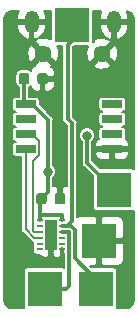
<source format=gbr>
G04 #@! TF.GenerationSoftware,KiCad,Pcbnew,(5.0.2)-1*
G04 #@! TF.CreationDate,2018-12-23T16:39:48-05:00*
G04 #@! TF.ProjectId,cardEmulator,63617264-456d-4756-9c61-746f722e6b69,rev?*
G04 #@! TF.SameCoordinates,Original*
G04 #@! TF.FileFunction,Copper,L2,Bot*
G04 #@! TF.FilePolarity,Positive*
%FSLAX46Y46*%
G04 Gerber Fmt 4.6, Leading zero omitted, Abs format (unit mm)*
G04 Created by KiCad (PCBNEW (5.0.2)-1) date 12/23/2018 4:39:48 PM*
%MOMM*%
%LPD*%
G01*
G04 APERTURE LIST*
G04 #@! TA.AperFunction,SMDPad,CuDef*
%ADD10R,3.000000X3.000000*%
G04 #@! TD*
G04 #@! TA.AperFunction,ComponentPad*
%ADD11C,1.450000*%
G04 #@! TD*
G04 #@! TA.AperFunction,ComponentPad*
%ADD12O,1.200000X1.900000*%
G04 #@! TD*
G04 #@! TA.AperFunction,Conductor*
%ADD13C,0.100000*%
G04 #@! TD*
G04 #@! TA.AperFunction,SMDPad,CuDef*
%ADD14C,0.875000*%
G04 #@! TD*
G04 #@! TA.AperFunction,SMDPad,CuDef*
%ADD15R,1.700000X0.650000*%
G04 #@! TD*
G04 #@! TA.AperFunction,SMDPad,CuDef*
%ADD16R,0.500000X0.250000*%
G04 #@! TD*
G04 #@! TA.AperFunction,SMDPad,CuDef*
%ADD17R,1.000000X2.650000*%
G04 #@! TD*
G04 #@! TA.AperFunction,ViaPad*
%ADD18C,0.800000*%
G04 #@! TD*
G04 #@! TA.AperFunction,Conductor*
%ADD19C,0.304800*%
G04 #@! TD*
G04 #@! TA.AperFunction,Conductor*
%ADD20C,0.203200*%
G04 #@! TD*
G04 APERTURE END LIST*
D10*
G04 #@! TO.P,TP2,1*
G04 #@! TO.N,/COIL2*
X116205000Y-104368500D03*
G04 #@! TD*
D11*
G04 #@! TO.P,J1,6*
G04 #@! TO.N,GND*
X121062000Y-84462500D03*
X116062000Y-84462500D03*
D12*
X122062000Y-81762500D03*
X115062000Y-81762500D03*
G04 #@! TD*
D13*
G04 #@! TO.N,+5V*
G04 #@! TO.C,C3*
G36*
X114667191Y-86114553D02*
X114688426Y-86117703D01*
X114709250Y-86122919D01*
X114729462Y-86130151D01*
X114748868Y-86139330D01*
X114767281Y-86150366D01*
X114784524Y-86163154D01*
X114800430Y-86177570D01*
X114814846Y-86193476D01*
X114827634Y-86210719D01*
X114838670Y-86229132D01*
X114847849Y-86248538D01*
X114855081Y-86268750D01*
X114860297Y-86289574D01*
X114863447Y-86310809D01*
X114864500Y-86332250D01*
X114864500Y-86844750D01*
X114863447Y-86866191D01*
X114860297Y-86887426D01*
X114855081Y-86908250D01*
X114847849Y-86928462D01*
X114838670Y-86947868D01*
X114827634Y-86966281D01*
X114814846Y-86983524D01*
X114800430Y-86999430D01*
X114784524Y-87013846D01*
X114767281Y-87026634D01*
X114748868Y-87037670D01*
X114729462Y-87046849D01*
X114709250Y-87054081D01*
X114688426Y-87059297D01*
X114667191Y-87062447D01*
X114645750Y-87063500D01*
X114208250Y-87063500D01*
X114186809Y-87062447D01*
X114165574Y-87059297D01*
X114144750Y-87054081D01*
X114124538Y-87046849D01*
X114105132Y-87037670D01*
X114086719Y-87026634D01*
X114069476Y-87013846D01*
X114053570Y-86999430D01*
X114039154Y-86983524D01*
X114026366Y-86966281D01*
X114015330Y-86947868D01*
X114006151Y-86928462D01*
X113998919Y-86908250D01*
X113993703Y-86887426D01*
X113990553Y-86866191D01*
X113989500Y-86844750D01*
X113989500Y-86332250D01*
X113990553Y-86310809D01*
X113993703Y-86289574D01*
X113998919Y-86268750D01*
X114006151Y-86248538D01*
X114015330Y-86229132D01*
X114026366Y-86210719D01*
X114039154Y-86193476D01*
X114053570Y-86177570D01*
X114069476Y-86163154D01*
X114086719Y-86150366D01*
X114105132Y-86139330D01*
X114124538Y-86130151D01*
X114144750Y-86122919D01*
X114165574Y-86117703D01*
X114186809Y-86114553D01*
X114208250Y-86113500D01*
X114645750Y-86113500D01*
X114667191Y-86114553D01*
X114667191Y-86114553D01*
G37*
D14*
G04 #@! TD*
G04 #@! TO.P,C3,1*
G04 #@! TO.N,+5V*
X114427000Y-86588500D03*
D13*
G04 #@! TO.N,GND*
G04 #@! TO.C,C3*
G36*
X116242191Y-86114553D02*
X116263426Y-86117703D01*
X116284250Y-86122919D01*
X116304462Y-86130151D01*
X116323868Y-86139330D01*
X116342281Y-86150366D01*
X116359524Y-86163154D01*
X116375430Y-86177570D01*
X116389846Y-86193476D01*
X116402634Y-86210719D01*
X116413670Y-86229132D01*
X116422849Y-86248538D01*
X116430081Y-86268750D01*
X116435297Y-86289574D01*
X116438447Y-86310809D01*
X116439500Y-86332250D01*
X116439500Y-86844750D01*
X116438447Y-86866191D01*
X116435297Y-86887426D01*
X116430081Y-86908250D01*
X116422849Y-86928462D01*
X116413670Y-86947868D01*
X116402634Y-86966281D01*
X116389846Y-86983524D01*
X116375430Y-86999430D01*
X116359524Y-87013846D01*
X116342281Y-87026634D01*
X116323868Y-87037670D01*
X116304462Y-87046849D01*
X116284250Y-87054081D01*
X116263426Y-87059297D01*
X116242191Y-87062447D01*
X116220750Y-87063500D01*
X115783250Y-87063500D01*
X115761809Y-87062447D01*
X115740574Y-87059297D01*
X115719750Y-87054081D01*
X115699538Y-87046849D01*
X115680132Y-87037670D01*
X115661719Y-87026634D01*
X115644476Y-87013846D01*
X115628570Y-86999430D01*
X115614154Y-86983524D01*
X115601366Y-86966281D01*
X115590330Y-86947868D01*
X115581151Y-86928462D01*
X115573919Y-86908250D01*
X115568703Y-86887426D01*
X115565553Y-86866191D01*
X115564500Y-86844750D01*
X115564500Y-86332250D01*
X115565553Y-86310809D01*
X115568703Y-86289574D01*
X115573919Y-86268750D01*
X115581151Y-86248538D01*
X115590330Y-86229132D01*
X115601366Y-86210719D01*
X115614154Y-86193476D01*
X115628570Y-86177570D01*
X115644476Y-86163154D01*
X115661719Y-86150366D01*
X115680132Y-86139330D01*
X115699538Y-86130151D01*
X115719750Y-86122919D01*
X115740574Y-86117703D01*
X115761809Y-86114553D01*
X115783250Y-86113500D01*
X116220750Y-86113500D01*
X116242191Y-86114553D01*
X116242191Y-86114553D01*
G37*
D14*
G04 #@! TD*
G04 #@! TO.P,C3,2*
G04 #@! TO.N,GND*
X116002000Y-86588500D03*
D13*
G04 #@! TO.N,GND*
G04 #@! TO.C,C6*
G36*
X117715191Y-96274553D02*
X117736426Y-96277703D01*
X117757250Y-96282919D01*
X117777462Y-96290151D01*
X117796868Y-96299330D01*
X117815281Y-96310366D01*
X117832524Y-96323154D01*
X117848430Y-96337570D01*
X117862846Y-96353476D01*
X117875634Y-96370719D01*
X117886670Y-96389132D01*
X117895849Y-96408538D01*
X117903081Y-96428750D01*
X117908297Y-96449574D01*
X117911447Y-96470809D01*
X117912500Y-96492250D01*
X117912500Y-97004750D01*
X117911447Y-97026191D01*
X117908297Y-97047426D01*
X117903081Y-97068250D01*
X117895849Y-97088462D01*
X117886670Y-97107868D01*
X117875634Y-97126281D01*
X117862846Y-97143524D01*
X117848430Y-97159430D01*
X117832524Y-97173846D01*
X117815281Y-97186634D01*
X117796868Y-97197670D01*
X117777462Y-97206849D01*
X117757250Y-97214081D01*
X117736426Y-97219297D01*
X117715191Y-97222447D01*
X117693750Y-97223500D01*
X117256250Y-97223500D01*
X117234809Y-97222447D01*
X117213574Y-97219297D01*
X117192750Y-97214081D01*
X117172538Y-97206849D01*
X117153132Y-97197670D01*
X117134719Y-97186634D01*
X117117476Y-97173846D01*
X117101570Y-97159430D01*
X117087154Y-97143524D01*
X117074366Y-97126281D01*
X117063330Y-97107868D01*
X117054151Y-97088462D01*
X117046919Y-97068250D01*
X117041703Y-97047426D01*
X117038553Y-97026191D01*
X117037500Y-97004750D01*
X117037500Y-96492250D01*
X117038553Y-96470809D01*
X117041703Y-96449574D01*
X117046919Y-96428750D01*
X117054151Y-96408538D01*
X117063330Y-96389132D01*
X117074366Y-96370719D01*
X117087154Y-96353476D01*
X117101570Y-96337570D01*
X117117476Y-96323154D01*
X117134719Y-96310366D01*
X117153132Y-96299330D01*
X117172538Y-96290151D01*
X117192750Y-96282919D01*
X117213574Y-96277703D01*
X117234809Y-96274553D01*
X117256250Y-96273500D01*
X117693750Y-96273500D01*
X117715191Y-96274553D01*
X117715191Y-96274553D01*
G37*
D14*
G04 #@! TD*
G04 #@! TO.P,C6,2*
G04 #@! TO.N,GND*
X117475000Y-96748500D03*
D13*
G04 #@! TO.N,+5V*
G04 #@! TO.C,C6*
G36*
X116140191Y-96274553D02*
X116161426Y-96277703D01*
X116182250Y-96282919D01*
X116202462Y-96290151D01*
X116221868Y-96299330D01*
X116240281Y-96310366D01*
X116257524Y-96323154D01*
X116273430Y-96337570D01*
X116287846Y-96353476D01*
X116300634Y-96370719D01*
X116311670Y-96389132D01*
X116320849Y-96408538D01*
X116328081Y-96428750D01*
X116333297Y-96449574D01*
X116336447Y-96470809D01*
X116337500Y-96492250D01*
X116337500Y-97004750D01*
X116336447Y-97026191D01*
X116333297Y-97047426D01*
X116328081Y-97068250D01*
X116320849Y-97088462D01*
X116311670Y-97107868D01*
X116300634Y-97126281D01*
X116287846Y-97143524D01*
X116273430Y-97159430D01*
X116257524Y-97173846D01*
X116240281Y-97186634D01*
X116221868Y-97197670D01*
X116202462Y-97206849D01*
X116182250Y-97214081D01*
X116161426Y-97219297D01*
X116140191Y-97222447D01*
X116118750Y-97223500D01*
X115681250Y-97223500D01*
X115659809Y-97222447D01*
X115638574Y-97219297D01*
X115617750Y-97214081D01*
X115597538Y-97206849D01*
X115578132Y-97197670D01*
X115559719Y-97186634D01*
X115542476Y-97173846D01*
X115526570Y-97159430D01*
X115512154Y-97143524D01*
X115499366Y-97126281D01*
X115488330Y-97107868D01*
X115479151Y-97088462D01*
X115471919Y-97068250D01*
X115466703Y-97047426D01*
X115463553Y-97026191D01*
X115462500Y-97004750D01*
X115462500Y-96492250D01*
X115463553Y-96470809D01*
X115466703Y-96449574D01*
X115471919Y-96428750D01*
X115479151Y-96408538D01*
X115488330Y-96389132D01*
X115499366Y-96370719D01*
X115512154Y-96353476D01*
X115526570Y-96337570D01*
X115542476Y-96323154D01*
X115559719Y-96310366D01*
X115578132Y-96299330D01*
X115597538Y-96290151D01*
X115617750Y-96282919D01*
X115638574Y-96277703D01*
X115659809Y-96274553D01*
X115681250Y-96273500D01*
X116118750Y-96273500D01*
X116140191Y-96274553D01*
X116140191Y-96274553D01*
G37*
D14*
G04 #@! TD*
G04 #@! TO.P,C6,1*
G04 #@! TO.N,+5V*
X115900000Y-96748500D03*
D15*
G04 #@! TO.P,U3,1*
G04 #@! TO.N,N/C*
X121887000Y-88747500D03*
G04 #@! TO.P,U3,2*
X121887000Y-90017500D03*
G04 #@! TO.P,U3,3*
X121887000Y-91287500D03*
G04 #@! TO.P,U3,4*
G04 #@! TO.N,GND*
X121887000Y-92557500D03*
G04 #@! TO.P,U3,5*
G04 #@! TO.N,/BR1*
X114587000Y-92557500D03*
G04 #@! TO.P,U3,6*
G04 #@! TO.N,/BR2*
X114587000Y-91287500D03*
G04 #@! TO.P,U3,7*
G04 #@! TO.N,N/C*
X114587000Y-90017500D03*
G04 #@! TO.P,U3,8*
G04 #@! TO.N,+5V*
X114587000Y-88747500D03*
G04 #@! TD*
D16*
G04 #@! TO.P,U5,1*
G04 #@! TO.N,+5V*
X117663000Y-98546500D03*
G04 #@! TO.P,U5,2*
G04 #@! TO.N,/COIL1*
X117663000Y-99046500D03*
G04 #@! TO.P,U5,3*
G04 #@! TO.N,/COIL2*
X117663000Y-99546500D03*
G04 #@! TO.P,U5,4*
G04 #@! TO.N,N/C*
X117663000Y-100046500D03*
G04 #@! TO.P,U5,5*
X117663000Y-100546500D03*
G04 #@! TO.P,U5,6*
G04 #@! TO.N,GND*
X117663000Y-101046500D03*
G04 #@! TO.P,U5,7*
G04 #@! TO.N,N/C*
X115763000Y-101046500D03*
G04 #@! TO.P,U5,8*
X115763000Y-100546500D03*
G04 #@! TO.P,U5,9*
G04 #@! TO.N,/BR1*
X115763000Y-100046500D03*
G04 #@! TO.P,U5,10*
G04 #@! TO.N,/BR2*
X115763000Y-99546500D03*
G04 #@! TO.P,U5,11*
G04 #@! TO.N,N/C*
X115763000Y-99046500D03*
G04 #@! TO.P,U5,12*
G04 #@! TO.N,+5V*
X115763000Y-98546500D03*
D17*
G04 #@! TO.P,U5,13*
G04 #@! TO.N,GND*
X116713000Y-99796500D03*
G04 #@! TD*
D10*
G04 #@! TO.P,TP1,1*
G04 #@! TO.N,/COIL1*
X120523000Y-104368500D03*
G04 #@! TD*
G04 #@! TO.P,TP3,1*
G04 #@! TO.N,+BATT*
X122047000Y-95986500D03*
G04 #@! TD*
G04 #@! TO.P,TP4,1*
G04 #@! TO.N,GND*
X120777000Y-100304500D03*
G04 #@! TD*
G04 #@! TO.P,TP1,1*
G04 #@! TO.N,/COIL1*
X118491000Y-82016500D03*
G04 #@! TD*
D18*
G04 #@! TO.N,+BATT*
X119761000Y-91414500D03*
X119761000Y-91414500D03*
G04 #@! TO.N,GND*
X118872000Y-89636500D03*
X120015000Y-100304500D03*
X119507000Y-96240500D03*
X113665000Y-101701500D03*
G04 #@! TO.N,+5V*
X116459000Y-94462500D03*
G04 #@! TD*
D19*
G04 #@! TO.N,+BATT*
X119761000Y-93700500D02*
X122047000Y-95986500D01*
X119761000Y-91414500D02*
X119761000Y-93700500D01*
G04 #@! TO.N,GND*
X117663000Y-101046500D02*
X117663000Y-101894500D01*
D20*
G04 #@! TO.N,/BR2*
X115691001Y-91866501D02*
X115112000Y-91287500D01*
X115691001Y-93085701D02*
X115691001Y-91866501D01*
X115208490Y-93568212D02*
X115691001Y-93085701D01*
X115112000Y-91287500D02*
X114587000Y-91287500D01*
X115208490Y-99445190D02*
X115208490Y-93568212D01*
X115309800Y-99546500D02*
X115208490Y-99445190D01*
X115763000Y-99546500D02*
X115309800Y-99546500D01*
G04 #@! TO.N,/BR1*
X114587000Y-93085700D02*
X114587000Y-92557500D01*
X114587000Y-99326608D02*
X114587000Y-93085700D01*
X115306892Y-100046500D02*
X114587000Y-99326608D01*
X115763000Y-100046500D02*
X115306892Y-100046500D01*
D19*
G04 #@! TO.N,/COIL1*
X118217800Y-99046500D02*
X117663000Y-99046500D01*
X118364392Y-99046500D02*
X118217800Y-99046500D01*
X118725810Y-99407918D02*
X118364392Y-99046500D01*
X118725811Y-101809311D02*
X118725810Y-99407918D01*
X120523000Y-103606500D02*
X118725811Y-101809311D01*
X120523000Y-104368500D02*
X120523000Y-103606500D01*
X118491000Y-83321300D02*
X118491000Y-82016500D01*
X118116399Y-83695901D02*
X118491000Y-83321300D01*
X118116399Y-89999189D02*
X118116399Y-83695901D01*
X118491000Y-90373790D02*
X118116399Y-89999189D01*
X118491000Y-98642142D02*
X118491000Y-90373790D01*
X118086642Y-99046500D02*
X118491000Y-98642142D01*
X117663000Y-99046500D02*
X118086642Y-99046500D01*
G04 #@! TO.N,/COIL2*
X118009800Y-104368500D02*
X116205000Y-104368500D01*
X118268601Y-104109699D02*
X118009800Y-104368500D01*
X118268601Y-99597301D02*
X118268601Y-104109699D01*
X118217800Y-99546500D02*
X118268601Y-99597301D01*
X117663000Y-99546500D02*
X118217800Y-99546500D01*
G04 #@! TO.N,+5V*
X114427000Y-88587500D02*
X114587000Y-88747500D01*
X114427000Y-86588500D02*
X114427000Y-88587500D01*
X116459000Y-96189500D02*
X115900000Y-96748500D01*
X116459000Y-95224500D02*
X116459000Y-96189500D01*
X115763000Y-96885500D02*
X115763000Y-98546500D01*
X115900000Y-96748500D02*
X115763000Y-96885500D01*
X117663000Y-98116700D02*
X117663000Y-98546500D01*
X117662199Y-98115899D02*
X117663000Y-98116700D01*
X115763801Y-98115899D02*
X117662199Y-98115899D01*
X115763000Y-98116700D02*
X115763801Y-98115899D01*
X115763000Y-98546500D02*
X115763000Y-98116700D01*
X115112000Y-88747500D02*
X114587000Y-88747500D01*
X116459000Y-90094500D02*
X115112000Y-88747500D01*
X116459000Y-95224500D02*
X116459000Y-90094500D01*
G04 #@! TD*
D20*
G04 #@! TO.N,GND*
G36*
X120852400Y-81260100D02*
X120852400Y-81610100D01*
X121909600Y-81610100D01*
X121909600Y-81590100D01*
X122214400Y-81590100D01*
X122214400Y-81610100D01*
X123271600Y-81610100D01*
X123271600Y-81260100D01*
X123150653Y-80897176D01*
X123303614Y-80927601D01*
X123507599Y-81063901D01*
X123643899Y-81267886D01*
X123699200Y-81545905D01*
X123699201Y-94221618D01*
X123665927Y-94199385D01*
X123547000Y-94175729D01*
X120882807Y-94175729D01*
X120218200Y-93511122D01*
X120218200Y-92862300D01*
X120427400Y-92862300D01*
X120427400Y-93003757D01*
X120520206Y-93227811D01*
X120691689Y-93399294D01*
X120915743Y-93492100D01*
X121582200Y-93492100D01*
X121734600Y-93339700D01*
X121734600Y-92709900D01*
X122039400Y-92709900D01*
X122039400Y-93339700D01*
X122191800Y-93492100D01*
X122858257Y-93492100D01*
X123082311Y-93399294D01*
X123253794Y-93227811D01*
X123346600Y-93003757D01*
X123346600Y-92862300D01*
X123194200Y-92709900D01*
X122039400Y-92709900D01*
X121734600Y-92709900D01*
X120579800Y-92709900D01*
X120427400Y-92862300D01*
X120218200Y-92862300D01*
X120218200Y-92111243D01*
X120427400Y-92111243D01*
X120427400Y-92252700D01*
X120579800Y-92405100D01*
X121734600Y-92405100D01*
X121734600Y-92385100D01*
X122039400Y-92385100D01*
X122039400Y-92405100D01*
X123194200Y-92405100D01*
X123346600Y-92252700D01*
X123346600Y-92111243D01*
X123253794Y-91887189D01*
X123082311Y-91715706D01*
X123031434Y-91694632D01*
X123047771Y-91612500D01*
X123047771Y-90962500D01*
X123024115Y-90843573D01*
X122956748Y-90742752D01*
X122855927Y-90675385D01*
X122740876Y-90652500D01*
X122855927Y-90629615D01*
X122956748Y-90562248D01*
X123024115Y-90461427D01*
X123047771Y-90342500D01*
X123047771Y-89692500D01*
X123024115Y-89573573D01*
X122956748Y-89472752D01*
X122855927Y-89405385D01*
X122740876Y-89382500D01*
X122855927Y-89359615D01*
X122956748Y-89292248D01*
X123024115Y-89191427D01*
X123047771Y-89072500D01*
X123047771Y-88422500D01*
X123024115Y-88303573D01*
X122956748Y-88202752D01*
X122855927Y-88135385D01*
X122737000Y-88111729D01*
X121037000Y-88111729D01*
X120918073Y-88135385D01*
X120817252Y-88202752D01*
X120749885Y-88303573D01*
X120726229Y-88422500D01*
X120726229Y-89072500D01*
X120749885Y-89191427D01*
X120817252Y-89292248D01*
X120918073Y-89359615D01*
X121033124Y-89382500D01*
X120918073Y-89405385D01*
X120817252Y-89472752D01*
X120749885Y-89573573D01*
X120726229Y-89692500D01*
X120726229Y-90342500D01*
X120749885Y-90461427D01*
X120817252Y-90562248D01*
X120918073Y-90629615D01*
X121033124Y-90652500D01*
X120918073Y-90675385D01*
X120817252Y-90742752D01*
X120749885Y-90843573D01*
X120726229Y-90962500D01*
X120726229Y-91612500D01*
X120742566Y-91694632D01*
X120691689Y-91715706D01*
X120520206Y-91887189D01*
X120427400Y-92111243D01*
X120218200Y-92111243D01*
X120218200Y-91954038D01*
X120358501Y-91813737D01*
X120465800Y-91554693D01*
X120465800Y-91274307D01*
X120358501Y-91015263D01*
X120160237Y-90816999D01*
X119901193Y-90709700D01*
X119620807Y-90709700D01*
X119361763Y-90816999D01*
X119163499Y-91015263D01*
X119056200Y-91274307D01*
X119056200Y-91554693D01*
X119163499Y-91813737D01*
X119303800Y-91954038D01*
X119303801Y-93655465D01*
X119294843Y-93700500D01*
X119330327Y-93878890D01*
X119378530Y-93951031D01*
X119431378Y-94030123D01*
X119469552Y-94055630D01*
X120236229Y-94822307D01*
X120236229Y-97486500D01*
X120259885Y-97605427D01*
X120327252Y-97706248D01*
X120428073Y-97773615D01*
X120547000Y-97797271D01*
X123547000Y-97797271D01*
X123665927Y-97773615D01*
X123699201Y-97751382D01*
X123699201Y-105347090D01*
X123643899Y-105625114D01*
X123507599Y-105829099D01*
X123303614Y-105965399D01*
X123025595Y-106020700D01*
X122287883Y-106020700D01*
X122310115Y-105987427D01*
X122333771Y-105868500D01*
X122333771Y-102868500D01*
X122310115Y-102749573D01*
X122242748Y-102648752D01*
X122141927Y-102581385D01*
X122023000Y-102557729D01*
X120120808Y-102557729D01*
X119977179Y-102414100D01*
X120472200Y-102414100D01*
X120624600Y-102261700D01*
X120624600Y-100456900D01*
X120929400Y-100456900D01*
X120929400Y-102261700D01*
X121081800Y-102414100D01*
X122398257Y-102414100D01*
X122622311Y-102321294D01*
X122793794Y-102149811D01*
X122886600Y-101925757D01*
X122886600Y-100609300D01*
X122734200Y-100456900D01*
X120929400Y-100456900D01*
X120624600Y-100456900D01*
X120604600Y-100456900D01*
X120604600Y-100152100D01*
X120624600Y-100152100D01*
X120624600Y-98347300D01*
X120929400Y-98347300D01*
X120929400Y-100152100D01*
X122734200Y-100152100D01*
X122886600Y-99999700D01*
X122886600Y-98683243D01*
X122793794Y-98459189D01*
X122622311Y-98287706D01*
X122398257Y-98194900D01*
X121081800Y-98194900D01*
X120929400Y-98347300D01*
X120624600Y-98347300D01*
X120472200Y-98194900D01*
X119155743Y-98194900D01*
X118948200Y-98280867D01*
X118948200Y-90418820D01*
X118957157Y-90373790D01*
X118921673Y-90195399D01*
X118846130Y-90082341D01*
X118820623Y-90044167D01*
X118782448Y-90018660D01*
X118573599Y-89809811D01*
X118573599Y-85417870D01*
X120322156Y-85417870D01*
X120390500Y-85646019D01*
X120894527Y-85812901D01*
X121424051Y-85774197D01*
X121733500Y-85646019D01*
X121801844Y-85417870D01*
X121062000Y-84678026D01*
X120322156Y-85417870D01*
X118573599Y-85417870D01*
X118573599Y-83885279D01*
X118631608Y-83827271D01*
X119866472Y-83827271D01*
X119711599Y-84295027D01*
X119750303Y-84824551D01*
X119878481Y-85134000D01*
X120106630Y-85202344D01*
X120846474Y-84462500D01*
X121277526Y-84462500D01*
X122017370Y-85202344D01*
X122245519Y-85134000D01*
X122412401Y-84629973D01*
X122373697Y-84100449D01*
X122245519Y-83791000D01*
X122017370Y-83722656D01*
X121277526Y-84462500D01*
X120846474Y-84462500D01*
X120832332Y-84448358D01*
X121047858Y-84232832D01*
X121062000Y-84246974D01*
X121801844Y-83507130D01*
X121733500Y-83278981D01*
X121229473Y-83112099D01*
X120699949Y-83150803D01*
X120390500Y-83278981D01*
X120322157Y-83507128D01*
X120301771Y-83486742D01*
X120301771Y-81914900D01*
X120852400Y-81914900D01*
X120852400Y-82264900D01*
X121002796Y-82716193D01*
X121314446Y-83075579D01*
X121723761Y-83273847D01*
X121909600Y-83158658D01*
X121909600Y-81914900D01*
X122214400Y-81914900D01*
X122214400Y-83158658D01*
X122400239Y-83273847D01*
X122809554Y-83075579D01*
X123121204Y-82716193D01*
X123271600Y-82264900D01*
X123271600Y-81914900D01*
X122214400Y-81914900D01*
X121909600Y-81914900D01*
X120852400Y-81914900D01*
X120301771Y-81914900D01*
X120301771Y-80872300D01*
X120981637Y-80872300D01*
X120852400Y-81260100D01*
X120852400Y-81260100D01*
G37*
X120852400Y-81260100D02*
X120852400Y-81610100D01*
X121909600Y-81610100D01*
X121909600Y-81590100D01*
X122214400Y-81590100D01*
X122214400Y-81610100D01*
X123271600Y-81610100D01*
X123271600Y-81260100D01*
X123150653Y-80897176D01*
X123303614Y-80927601D01*
X123507599Y-81063901D01*
X123643899Y-81267886D01*
X123699200Y-81545905D01*
X123699201Y-94221618D01*
X123665927Y-94199385D01*
X123547000Y-94175729D01*
X120882807Y-94175729D01*
X120218200Y-93511122D01*
X120218200Y-92862300D01*
X120427400Y-92862300D01*
X120427400Y-93003757D01*
X120520206Y-93227811D01*
X120691689Y-93399294D01*
X120915743Y-93492100D01*
X121582200Y-93492100D01*
X121734600Y-93339700D01*
X121734600Y-92709900D01*
X122039400Y-92709900D01*
X122039400Y-93339700D01*
X122191800Y-93492100D01*
X122858257Y-93492100D01*
X123082311Y-93399294D01*
X123253794Y-93227811D01*
X123346600Y-93003757D01*
X123346600Y-92862300D01*
X123194200Y-92709900D01*
X122039400Y-92709900D01*
X121734600Y-92709900D01*
X120579800Y-92709900D01*
X120427400Y-92862300D01*
X120218200Y-92862300D01*
X120218200Y-92111243D01*
X120427400Y-92111243D01*
X120427400Y-92252700D01*
X120579800Y-92405100D01*
X121734600Y-92405100D01*
X121734600Y-92385100D01*
X122039400Y-92385100D01*
X122039400Y-92405100D01*
X123194200Y-92405100D01*
X123346600Y-92252700D01*
X123346600Y-92111243D01*
X123253794Y-91887189D01*
X123082311Y-91715706D01*
X123031434Y-91694632D01*
X123047771Y-91612500D01*
X123047771Y-90962500D01*
X123024115Y-90843573D01*
X122956748Y-90742752D01*
X122855927Y-90675385D01*
X122740876Y-90652500D01*
X122855927Y-90629615D01*
X122956748Y-90562248D01*
X123024115Y-90461427D01*
X123047771Y-90342500D01*
X123047771Y-89692500D01*
X123024115Y-89573573D01*
X122956748Y-89472752D01*
X122855927Y-89405385D01*
X122740876Y-89382500D01*
X122855927Y-89359615D01*
X122956748Y-89292248D01*
X123024115Y-89191427D01*
X123047771Y-89072500D01*
X123047771Y-88422500D01*
X123024115Y-88303573D01*
X122956748Y-88202752D01*
X122855927Y-88135385D01*
X122737000Y-88111729D01*
X121037000Y-88111729D01*
X120918073Y-88135385D01*
X120817252Y-88202752D01*
X120749885Y-88303573D01*
X120726229Y-88422500D01*
X120726229Y-89072500D01*
X120749885Y-89191427D01*
X120817252Y-89292248D01*
X120918073Y-89359615D01*
X121033124Y-89382500D01*
X120918073Y-89405385D01*
X120817252Y-89472752D01*
X120749885Y-89573573D01*
X120726229Y-89692500D01*
X120726229Y-90342500D01*
X120749885Y-90461427D01*
X120817252Y-90562248D01*
X120918073Y-90629615D01*
X121033124Y-90652500D01*
X120918073Y-90675385D01*
X120817252Y-90742752D01*
X120749885Y-90843573D01*
X120726229Y-90962500D01*
X120726229Y-91612500D01*
X120742566Y-91694632D01*
X120691689Y-91715706D01*
X120520206Y-91887189D01*
X120427400Y-92111243D01*
X120218200Y-92111243D01*
X120218200Y-91954038D01*
X120358501Y-91813737D01*
X120465800Y-91554693D01*
X120465800Y-91274307D01*
X120358501Y-91015263D01*
X120160237Y-90816999D01*
X119901193Y-90709700D01*
X119620807Y-90709700D01*
X119361763Y-90816999D01*
X119163499Y-91015263D01*
X119056200Y-91274307D01*
X119056200Y-91554693D01*
X119163499Y-91813737D01*
X119303800Y-91954038D01*
X119303801Y-93655465D01*
X119294843Y-93700500D01*
X119330327Y-93878890D01*
X119378530Y-93951031D01*
X119431378Y-94030123D01*
X119469552Y-94055630D01*
X120236229Y-94822307D01*
X120236229Y-97486500D01*
X120259885Y-97605427D01*
X120327252Y-97706248D01*
X120428073Y-97773615D01*
X120547000Y-97797271D01*
X123547000Y-97797271D01*
X123665927Y-97773615D01*
X123699201Y-97751382D01*
X123699201Y-105347090D01*
X123643899Y-105625114D01*
X123507599Y-105829099D01*
X123303614Y-105965399D01*
X123025595Y-106020700D01*
X122287883Y-106020700D01*
X122310115Y-105987427D01*
X122333771Y-105868500D01*
X122333771Y-102868500D01*
X122310115Y-102749573D01*
X122242748Y-102648752D01*
X122141927Y-102581385D01*
X122023000Y-102557729D01*
X120120808Y-102557729D01*
X119977179Y-102414100D01*
X120472200Y-102414100D01*
X120624600Y-102261700D01*
X120624600Y-100456900D01*
X120929400Y-100456900D01*
X120929400Y-102261700D01*
X121081800Y-102414100D01*
X122398257Y-102414100D01*
X122622311Y-102321294D01*
X122793794Y-102149811D01*
X122886600Y-101925757D01*
X122886600Y-100609300D01*
X122734200Y-100456900D01*
X120929400Y-100456900D01*
X120624600Y-100456900D01*
X120604600Y-100456900D01*
X120604600Y-100152100D01*
X120624600Y-100152100D01*
X120624600Y-98347300D01*
X120929400Y-98347300D01*
X120929400Y-100152100D01*
X122734200Y-100152100D01*
X122886600Y-99999700D01*
X122886600Y-98683243D01*
X122793794Y-98459189D01*
X122622311Y-98287706D01*
X122398257Y-98194900D01*
X121081800Y-98194900D01*
X120929400Y-98347300D01*
X120624600Y-98347300D01*
X120472200Y-98194900D01*
X119155743Y-98194900D01*
X118948200Y-98280867D01*
X118948200Y-90418820D01*
X118957157Y-90373790D01*
X118921673Y-90195399D01*
X118846130Y-90082341D01*
X118820623Y-90044167D01*
X118782448Y-90018660D01*
X118573599Y-89809811D01*
X118573599Y-85417870D01*
X120322156Y-85417870D01*
X120390500Y-85646019D01*
X120894527Y-85812901D01*
X121424051Y-85774197D01*
X121733500Y-85646019D01*
X121801844Y-85417870D01*
X121062000Y-84678026D01*
X120322156Y-85417870D01*
X118573599Y-85417870D01*
X118573599Y-83885279D01*
X118631608Y-83827271D01*
X119866472Y-83827271D01*
X119711599Y-84295027D01*
X119750303Y-84824551D01*
X119878481Y-85134000D01*
X120106630Y-85202344D01*
X120846474Y-84462500D01*
X121277526Y-84462500D01*
X122017370Y-85202344D01*
X122245519Y-85134000D01*
X122412401Y-84629973D01*
X122373697Y-84100449D01*
X122245519Y-83791000D01*
X122017370Y-83722656D01*
X121277526Y-84462500D01*
X120846474Y-84462500D01*
X120832332Y-84448358D01*
X121047858Y-84232832D01*
X121062000Y-84246974D01*
X121801844Y-83507130D01*
X121733500Y-83278981D01*
X121229473Y-83112099D01*
X120699949Y-83150803D01*
X120390500Y-83278981D01*
X120322157Y-83507128D01*
X120301771Y-83486742D01*
X120301771Y-81914900D01*
X120852400Y-81914900D01*
X120852400Y-82264900D01*
X121002796Y-82716193D01*
X121314446Y-83075579D01*
X121723761Y-83273847D01*
X121909600Y-83158658D01*
X121909600Y-81914900D01*
X122214400Y-81914900D01*
X122214400Y-83158658D01*
X122400239Y-83273847D01*
X122809554Y-83075579D01*
X123121204Y-82716193D01*
X123271600Y-82264900D01*
X123271600Y-81914900D01*
X122214400Y-81914900D01*
X121909600Y-81914900D01*
X120852400Y-81914900D01*
X120301771Y-81914900D01*
X120301771Y-80872300D01*
X120981637Y-80872300D01*
X120852400Y-81260100D01*
G36*
X113852400Y-81260100D02*
X113852400Y-81610100D01*
X114909600Y-81610100D01*
X114909600Y-81590100D01*
X115214400Y-81590100D01*
X115214400Y-81610100D01*
X116271600Y-81610100D01*
X116271600Y-81260100D01*
X116142363Y-80872300D01*
X116680229Y-80872300D01*
X116680229Y-83261343D01*
X116229473Y-83112099D01*
X115699949Y-83150803D01*
X115390500Y-83278981D01*
X115322156Y-83507130D01*
X116062000Y-84246974D01*
X116076143Y-84232832D01*
X116291669Y-84448358D01*
X116277526Y-84462500D01*
X117017370Y-85202344D01*
X117245519Y-85134000D01*
X117412401Y-84629973D01*
X117373697Y-84100449D01*
X117260543Y-83827271D01*
X117659200Y-83827271D01*
X117659199Y-89954159D01*
X117650242Y-89999189D01*
X117659199Y-90044218D01*
X117685726Y-90177579D01*
X117786776Y-90328812D01*
X117824953Y-90354321D01*
X118033801Y-90563170D01*
X118033800Y-95663918D01*
X118033757Y-95663900D01*
X117779800Y-95663900D01*
X117627400Y-95816300D01*
X117627400Y-96596100D01*
X117647400Y-96596100D01*
X117647400Y-96900900D01*
X117627400Y-96900900D01*
X117627400Y-96920900D01*
X117322600Y-96920900D01*
X117322600Y-96900900D01*
X117302600Y-96900900D01*
X117302600Y-96596100D01*
X117322600Y-96596100D01*
X117322600Y-95816300D01*
X117170200Y-95663900D01*
X116916243Y-95663900D01*
X116916200Y-95663918D01*
X116916200Y-95002038D01*
X117056501Y-94861737D01*
X117163800Y-94602693D01*
X117163800Y-94322307D01*
X117056501Y-94063263D01*
X116916200Y-93922962D01*
X116916200Y-90139530D01*
X116925157Y-90094500D01*
X116889673Y-89916109D01*
X116788623Y-89764877D01*
X116750446Y-89739368D01*
X115747771Y-88736693D01*
X115747771Y-88422500D01*
X115724115Y-88303573D01*
X115656748Y-88202752D01*
X115555927Y-88135385D01*
X115437000Y-88111729D01*
X114884200Y-88111729D01*
X114884200Y-87310036D01*
X114980217Y-87245879D01*
X115047706Y-87408811D01*
X115219189Y-87580294D01*
X115443243Y-87673100D01*
X115697200Y-87673100D01*
X115849600Y-87520700D01*
X115849600Y-86740900D01*
X116154400Y-86740900D01*
X116154400Y-87520700D01*
X116306800Y-87673100D01*
X116560757Y-87673100D01*
X116784811Y-87580294D01*
X116956294Y-87408811D01*
X117049100Y-87184757D01*
X117049100Y-86893300D01*
X116896700Y-86740900D01*
X116154400Y-86740900D01*
X115849600Y-86740900D01*
X115829600Y-86740900D01*
X115829600Y-86436100D01*
X115849600Y-86436100D01*
X115849600Y-86416100D01*
X116154400Y-86416100D01*
X116154400Y-86436100D01*
X116896700Y-86436100D01*
X117049100Y-86283700D01*
X117049100Y-85992243D01*
X116956294Y-85768189D01*
X116784811Y-85596706D01*
X116752305Y-85583242D01*
X116801844Y-85417870D01*
X116062000Y-84678026D01*
X115322156Y-85417870D01*
X115358448Y-85539023D01*
X115219189Y-85596706D01*
X115047706Y-85768189D01*
X114980217Y-85931121D01*
X114848389Y-85843036D01*
X114645750Y-85802729D01*
X114208250Y-85802729D01*
X114005611Y-85843036D01*
X113833822Y-85957822D01*
X113719036Y-86129611D01*
X113678729Y-86332250D01*
X113678729Y-86844750D01*
X113719036Y-87047389D01*
X113833822Y-87219178D01*
X113969800Y-87310036D01*
X113969801Y-88111729D01*
X113737000Y-88111729D01*
X113618073Y-88135385D01*
X113517252Y-88202752D01*
X113449885Y-88303573D01*
X113426229Y-88422500D01*
X113426229Y-89072500D01*
X113449885Y-89191427D01*
X113517252Y-89292248D01*
X113618073Y-89359615D01*
X113733124Y-89382500D01*
X113618073Y-89405385D01*
X113517252Y-89472752D01*
X113449885Y-89573573D01*
X113426229Y-89692500D01*
X113426229Y-90342500D01*
X113449885Y-90461427D01*
X113517252Y-90562248D01*
X113618073Y-90629615D01*
X113733124Y-90652500D01*
X113618073Y-90675385D01*
X113517252Y-90742752D01*
X113449885Y-90843573D01*
X113426229Y-90962500D01*
X113426229Y-91612500D01*
X113449885Y-91731427D01*
X113517252Y-91832248D01*
X113618073Y-91899615D01*
X113733124Y-91922500D01*
X113618073Y-91945385D01*
X113517252Y-92012752D01*
X113449885Y-92113573D01*
X113426229Y-92232500D01*
X113426229Y-92882500D01*
X113449885Y-93001427D01*
X113517252Y-93102248D01*
X113618073Y-93169615D01*
X113737000Y-93193271D01*
X114180601Y-93193271D01*
X114180600Y-99286590D01*
X114172640Y-99326608D01*
X114180600Y-99366626D01*
X114180600Y-99366630D01*
X114204180Y-99485176D01*
X114294003Y-99619605D01*
X114327935Y-99642278D01*
X114991224Y-100305568D01*
X115013895Y-100339497D01*
X115148323Y-100429320D01*
X115202229Y-100440042D01*
X115202229Y-100671500D01*
X115225885Y-100790427D01*
X115229943Y-100796500D01*
X115225885Y-100802573D01*
X115202229Y-100921500D01*
X115202229Y-101171500D01*
X115225885Y-101290427D01*
X115293252Y-101391248D01*
X115394073Y-101458615D01*
X115513000Y-101482271D01*
X115711666Y-101482271D01*
X115867689Y-101638294D01*
X116091743Y-101731100D01*
X116408200Y-101731100D01*
X116560600Y-101578700D01*
X116560600Y-99948900D01*
X116540600Y-99948900D01*
X116540600Y-99644100D01*
X116560600Y-99644100D01*
X116560600Y-99624100D01*
X116865400Y-99624100D01*
X116865400Y-99644100D01*
X116885400Y-99644100D01*
X116885400Y-99948900D01*
X116865400Y-99948900D01*
X116865400Y-100650561D01*
X116803400Y-100800243D01*
X116803400Y-100831600D01*
X116865400Y-100893600D01*
X116865400Y-101199400D01*
X116803400Y-101261400D01*
X116803400Y-101292757D01*
X116865400Y-101442439D01*
X116865400Y-101578700D01*
X117017800Y-101731100D01*
X117171032Y-101731100D01*
X117291743Y-101781100D01*
X117385600Y-101781100D01*
X117507260Y-101659440D01*
X117558311Y-101638294D01*
X117729794Y-101466811D01*
X117788000Y-101326289D01*
X117788000Y-101628700D01*
X117811401Y-101652101D01*
X117811402Y-102578894D01*
X117705000Y-102557729D01*
X114705000Y-102557729D01*
X114586073Y-102581385D01*
X114485252Y-102648752D01*
X114417885Y-102749573D01*
X114394229Y-102868500D01*
X114394229Y-105868500D01*
X114417885Y-105987427D01*
X114440117Y-106020700D01*
X113448405Y-106020700D01*
X113170386Y-105965399D01*
X112966401Y-105829099D01*
X112830101Y-105625114D01*
X112774800Y-105347095D01*
X112774800Y-84295027D01*
X114711599Y-84295027D01*
X114750303Y-84824551D01*
X114878481Y-85134000D01*
X115106630Y-85202344D01*
X115846474Y-84462500D01*
X115106630Y-83722656D01*
X114878481Y-83791000D01*
X114711599Y-84295027D01*
X112774800Y-84295027D01*
X112774800Y-81914900D01*
X113852400Y-81914900D01*
X113852400Y-82264900D01*
X114002796Y-82716193D01*
X114314446Y-83075579D01*
X114723761Y-83273847D01*
X114909600Y-83158658D01*
X114909600Y-81914900D01*
X115214400Y-81914900D01*
X115214400Y-83158658D01*
X115400239Y-83273847D01*
X115809554Y-83075579D01*
X116121204Y-82716193D01*
X116271600Y-82264900D01*
X116271600Y-81914900D01*
X115214400Y-81914900D01*
X114909600Y-81914900D01*
X113852400Y-81914900D01*
X112774800Y-81914900D01*
X112774800Y-81545905D01*
X112830101Y-81267886D01*
X112966401Y-81063901D01*
X113170386Y-80927601D01*
X113448405Y-80872300D01*
X113981637Y-80872300D01*
X113852400Y-81260100D01*
X113852400Y-81260100D01*
G37*
X113852400Y-81260100D02*
X113852400Y-81610100D01*
X114909600Y-81610100D01*
X114909600Y-81590100D01*
X115214400Y-81590100D01*
X115214400Y-81610100D01*
X116271600Y-81610100D01*
X116271600Y-81260100D01*
X116142363Y-80872300D01*
X116680229Y-80872300D01*
X116680229Y-83261343D01*
X116229473Y-83112099D01*
X115699949Y-83150803D01*
X115390500Y-83278981D01*
X115322156Y-83507130D01*
X116062000Y-84246974D01*
X116076143Y-84232832D01*
X116291669Y-84448358D01*
X116277526Y-84462500D01*
X117017370Y-85202344D01*
X117245519Y-85134000D01*
X117412401Y-84629973D01*
X117373697Y-84100449D01*
X117260543Y-83827271D01*
X117659200Y-83827271D01*
X117659199Y-89954159D01*
X117650242Y-89999189D01*
X117659199Y-90044218D01*
X117685726Y-90177579D01*
X117786776Y-90328812D01*
X117824953Y-90354321D01*
X118033801Y-90563170D01*
X118033800Y-95663918D01*
X118033757Y-95663900D01*
X117779800Y-95663900D01*
X117627400Y-95816300D01*
X117627400Y-96596100D01*
X117647400Y-96596100D01*
X117647400Y-96900900D01*
X117627400Y-96900900D01*
X117627400Y-96920900D01*
X117322600Y-96920900D01*
X117322600Y-96900900D01*
X117302600Y-96900900D01*
X117302600Y-96596100D01*
X117322600Y-96596100D01*
X117322600Y-95816300D01*
X117170200Y-95663900D01*
X116916243Y-95663900D01*
X116916200Y-95663918D01*
X116916200Y-95002038D01*
X117056501Y-94861737D01*
X117163800Y-94602693D01*
X117163800Y-94322307D01*
X117056501Y-94063263D01*
X116916200Y-93922962D01*
X116916200Y-90139530D01*
X116925157Y-90094500D01*
X116889673Y-89916109D01*
X116788623Y-89764877D01*
X116750446Y-89739368D01*
X115747771Y-88736693D01*
X115747771Y-88422500D01*
X115724115Y-88303573D01*
X115656748Y-88202752D01*
X115555927Y-88135385D01*
X115437000Y-88111729D01*
X114884200Y-88111729D01*
X114884200Y-87310036D01*
X114980217Y-87245879D01*
X115047706Y-87408811D01*
X115219189Y-87580294D01*
X115443243Y-87673100D01*
X115697200Y-87673100D01*
X115849600Y-87520700D01*
X115849600Y-86740900D01*
X116154400Y-86740900D01*
X116154400Y-87520700D01*
X116306800Y-87673100D01*
X116560757Y-87673100D01*
X116784811Y-87580294D01*
X116956294Y-87408811D01*
X117049100Y-87184757D01*
X117049100Y-86893300D01*
X116896700Y-86740900D01*
X116154400Y-86740900D01*
X115849600Y-86740900D01*
X115829600Y-86740900D01*
X115829600Y-86436100D01*
X115849600Y-86436100D01*
X115849600Y-86416100D01*
X116154400Y-86416100D01*
X116154400Y-86436100D01*
X116896700Y-86436100D01*
X117049100Y-86283700D01*
X117049100Y-85992243D01*
X116956294Y-85768189D01*
X116784811Y-85596706D01*
X116752305Y-85583242D01*
X116801844Y-85417870D01*
X116062000Y-84678026D01*
X115322156Y-85417870D01*
X115358448Y-85539023D01*
X115219189Y-85596706D01*
X115047706Y-85768189D01*
X114980217Y-85931121D01*
X114848389Y-85843036D01*
X114645750Y-85802729D01*
X114208250Y-85802729D01*
X114005611Y-85843036D01*
X113833822Y-85957822D01*
X113719036Y-86129611D01*
X113678729Y-86332250D01*
X113678729Y-86844750D01*
X113719036Y-87047389D01*
X113833822Y-87219178D01*
X113969800Y-87310036D01*
X113969801Y-88111729D01*
X113737000Y-88111729D01*
X113618073Y-88135385D01*
X113517252Y-88202752D01*
X113449885Y-88303573D01*
X113426229Y-88422500D01*
X113426229Y-89072500D01*
X113449885Y-89191427D01*
X113517252Y-89292248D01*
X113618073Y-89359615D01*
X113733124Y-89382500D01*
X113618073Y-89405385D01*
X113517252Y-89472752D01*
X113449885Y-89573573D01*
X113426229Y-89692500D01*
X113426229Y-90342500D01*
X113449885Y-90461427D01*
X113517252Y-90562248D01*
X113618073Y-90629615D01*
X113733124Y-90652500D01*
X113618073Y-90675385D01*
X113517252Y-90742752D01*
X113449885Y-90843573D01*
X113426229Y-90962500D01*
X113426229Y-91612500D01*
X113449885Y-91731427D01*
X113517252Y-91832248D01*
X113618073Y-91899615D01*
X113733124Y-91922500D01*
X113618073Y-91945385D01*
X113517252Y-92012752D01*
X113449885Y-92113573D01*
X113426229Y-92232500D01*
X113426229Y-92882500D01*
X113449885Y-93001427D01*
X113517252Y-93102248D01*
X113618073Y-93169615D01*
X113737000Y-93193271D01*
X114180601Y-93193271D01*
X114180600Y-99286590D01*
X114172640Y-99326608D01*
X114180600Y-99366626D01*
X114180600Y-99366630D01*
X114204180Y-99485176D01*
X114294003Y-99619605D01*
X114327935Y-99642278D01*
X114991224Y-100305568D01*
X115013895Y-100339497D01*
X115148323Y-100429320D01*
X115202229Y-100440042D01*
X115202229Y-100671500D01*
X115225885Y-100790427D01*
X115229943Y-100796500D01*
X115225885Y-100802573D01*
X115202229Y-100921500D01*
X115202229Y-101171500D01*
X115225885Y-101290427D01*
X115293252Y-101391248D01*
X115394073Y-101458615D01*
X115513000Y-101482271D01*
X115711666Y-101482271D01*
X115867689Y-101638294D01*
X116091743Y-101731100D01*
X116408200Y-101731100D01*
X116560600Y-101578700D01*
X116560600Y-99948900D01*
X116540600Y-99948900D01*
X116540600Y-99644100D01*
X116560600Y-99644100D01*
X116560600Y-99624100D01*
X116865400Y-99624100D01*
X116865400Y-99644100D01*
X116885400Y-99644100D01*
X116885400Y-99948900D01*
X116865400Y-99948900D01*
X116865400Y-100650561D01*
X116803400Y-100800243D01*
X116803400Y-100831600D01*
X116865400Y-100893600D01*
X116865400Y-101199400D01*
X116803400Y-101261400D01*
X116803400Y-101292757D01*
X116865400Y-101442439D01*
X116865400Y-101578700D01*
X117017800Y-101731100D01*
X117171032Y-101731100D01*
X117291743Y-101781100D01*
X117385600Y-101781100D01*
X117507260Y-101659440D01*
X117558311Y-101638294D01*
X117729794Y-101466811D01*
X117788000Y-101326289D01*
X117788000Y-101628700D01*
X117811401Y-101652101D01*
X117811402Y-102578894D01*
X117705000Y-102557729D01*
X114705000Y-102557729D01*
X114586073Y-102581385D01*
X114485252Y-102648752D01*
X114417885Y-102749573D01*
X114394229Y-102868500D01*
X114394229Y-105868500D01*
X114417885Y-105987427D01*
X114440117Y-106020700D01*
X113448405Y-106020700D01*
X113170386Y-105965399D01*
X112966401Y-105829099D01*
X112830101Y-105625114D01*
X112774800Y-105347095D01*
X112774800Y-84295027D01*
X114711599Y-84295027D01*
X114750303Y-84824551D01*
X114878481Y-85134000D01*
X115106630Y-85202344D01*
X115846474Y-84462500D01*
X115106630Y-83722656D01*
X114878481Y-83791000D01*
X114711599Y-84295027D01*
X112774800Y-84295027D01*
X112774800Y-81914900D01*
X113852400Y-81914900D01*
X113852400Y-82264900D01*
X114002796Y-82716193D01*
X114314446Y-83075579D01*
X114723761Y-83273847D01*
X114909600Y-83158658D01*
X114909600Y-81914900D01*
X115214400Y-81914900D01*
X115214400Y-83158658D01*
X115400239Y-83273847D01*
X115809554Y-83075579D01*
X116121204Y-82716193D01*
X116271600Y-82264900D01*
X116271600Y-81914900D01*
X115214400Y-81914900D01*
X114909600Y-81914900D01*
X113852400Y-81914900D01*
X112774800Y-81914900D01*
X112774800Y-81545905D01*
X112830101Y-81267886D01*
X112966401Y-81063901D01*
X113170386Y-80927601D01*
X113448405Y-80872300D01*
X113981637Y-80872300D01*
X113852400Y-81260100D01*
G04 #@! TD*
M02*

</source>
